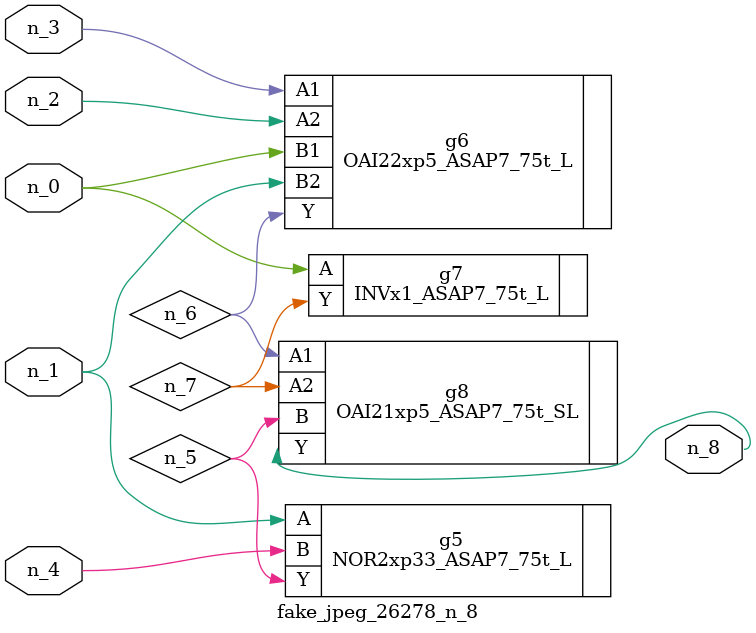
<source format=v>
module fake_jpeg_26278_n_8 (n_3, n_2, n_1, n_0, n_4, n_8);

input n_3;
input n_2;
input n_1;
input n_0;
input n_4;

output n_8;

wire n_6;
wire n_5;
wire n_7;

NOR2xp33_ASAP7_75t_L g5 ( 
.A(n_1),
.B(n_4),
.Y(n_5)
);

OAI22xp5_ASAP7_75t_L g6 ( 
.A1(n_3),
.A2(n_2),
.B1(n_0),
.B2(n_1),
.Y(n_6)
);

INVx1_ASAP7_75t_L g7 ( 
.A(n_0),
.Y(n_7)
);

OAI21xp5_ASAP7_75t_SL g8 ( 
.A1(n_6),
.A2(n_7),
.B(n_5),
.Y(n_8)
);


endmodule
</source>
